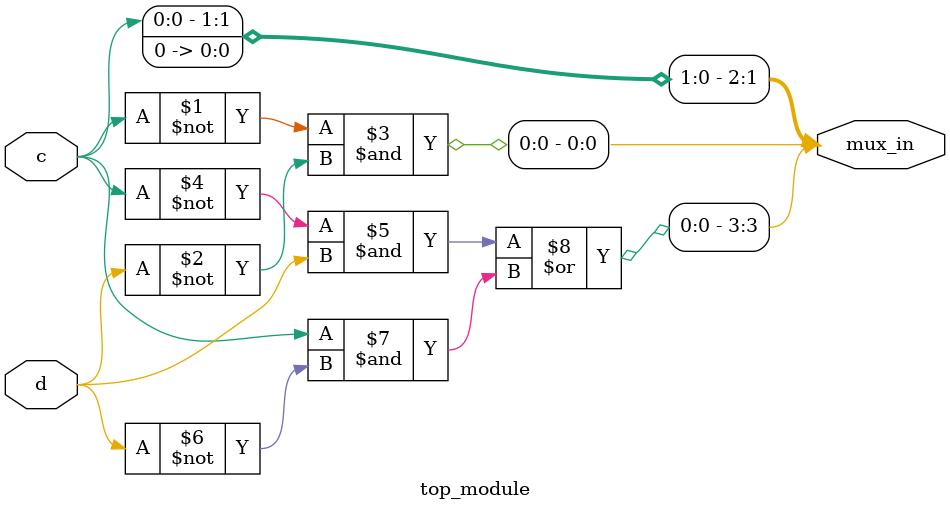
<source format=sv>
module top_module (
    input c,
    input d,
    output [3:0] mux_in
);

    assign mux_in[0] = ~c & ~d;
    assign mux_in[1] = 0;
    assign mux_in[2] = c;
    assign mux_in[3] = (~c & d) | (c & ~d);

endmodule

</source>
